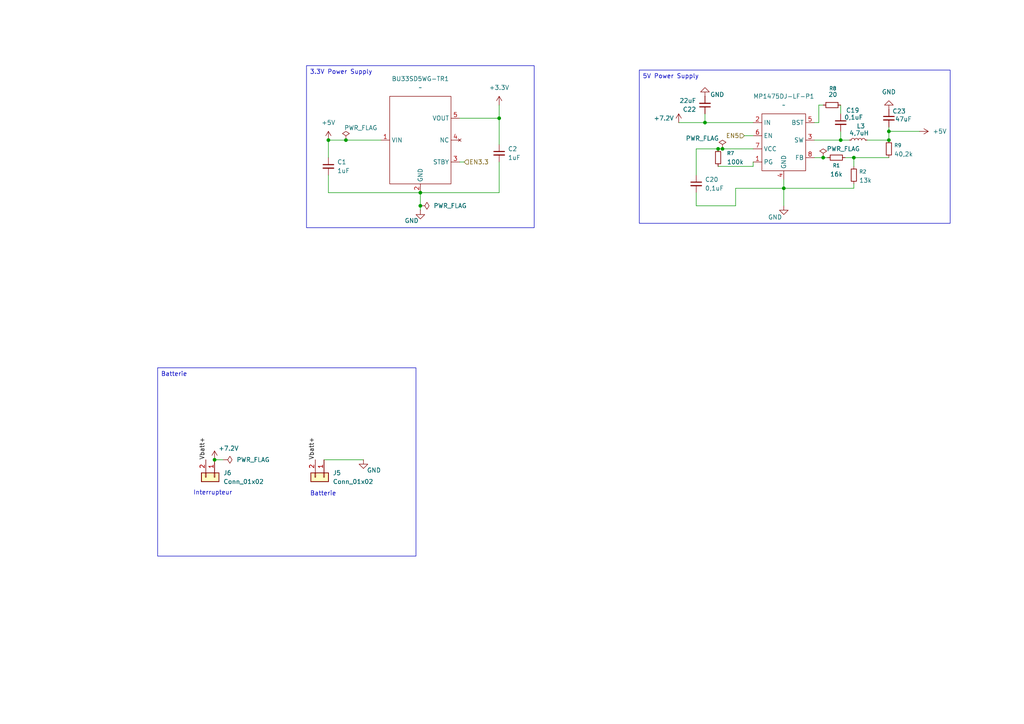
<source format=kicad_sch>
(kicad_sch
	(version 20250114)
	(generator "eeschema")
	(generator_version "9.0")
	(uuid "3e87404c-c05c-4381-ac34-87184d327436")
	(paper "A4")
	(lib_symbols
		(symbol "BU33SD5WG-TR:BU33SD5WG-TR"
			(exclude_from_sim no)
			(in_bom yes)
			(on_board yes)
			(property "Reference" "BU33SD5WG-TR"
				(at 0.254 18.034 0)
				(effects
					(font
						(size 1.27 1.27)
					)
				)
			)
			(property "Value" ""
				(at 0 0 0)
				(effects
					(font
						(size 1.27 1.27)
					)
				)
			)
			(property "Footprint" "BU33SD5WG-TR:BU33SD5WG-TR"
				(at 0.254 14.986 0)
				(effects
					(font
						(size 1.27 1.27)
					)
					(hide yes)
				)
			)
			(property "Datasheet" ""
				(at 0 0 0)
				(effects
					(font
						(size 1.27 1.27)
					)
					(hide yes)
				)
			)
			(property "Description" ""
				(at 0 0 0)
				(effects
					(font
						(size 1.27 1.27)
					)
					(hide yes)
				)
			)
			(symbol "BU33SD5WG-TR_0_1"
				(rectangle
					(start -8.89 12.7)
					(end 8.89 -12.7)
					(stroke
						(width 0)
						(type default)
					)
					(fill
						(type none)
					)
				)
			)
			(symbol "BU33SD5WG-TR_1_1"
				(pin power_in line
					(at -11.43 0 0)
					(length 2.54)
					(name "VIN"
						(effects
							(font
								(size 1.27 1.27)
							)
						)
					)
					(number "1"
						(effects
							(font
								(size 1.27 1.27)
							)
						)
					)
				)
				(pin power_in line
					(at 0 -15.24 90)
					(length 2.54)
					(name "GND"
						(effects
							(font
								(size 1.27 1.27)
							)
						)
					)
					(number "2"
						(effects
							(font
								(size 1.27 1.27)
							)
						)
					)
				)
				(pin power_out line
					(at 11.43 6.35 180)
					(length 2.54)
					(name "VOUT"
						(effects
							(font
								(size 1.27 1.27)
							)
						)
					)
					(number "5"
						(effects
							(font
								(size 1.27 1.27)
							)
						)
					)
				)
				(pin no_connect line
					(at 11.43 0 180)
					(length 2.54)
					(name "NC"
						(effects
							(font
								(size 1.27 1.27)
							)
						)
					)
					(number "4"
						(effects
							(font
								(size 1.27 1.27)
							)
						)
					)
				)
				(pin output line
					(at 11.43 -6.35 180)
					(length 2.54)
					(name "STBY"
						(effects
							(font
								(size 1.27 1.27)
							)
						)
					)
					(number "3"
						(effects
							(font
								(size 1.27 1.27)
							)
						)
					)
				)
			)
			(embedded_fonts no)
		)
		(symbol "Connector_Generic:Conn_01x02"
			(pin_names
				(offset 1.016)
				(hide yes)
			)
			(exclude_from_sim no)
			(in_bom yes)
			(on_board yes)
			(property "Reference" "J"
				(at 0 2.54 0)
				(effects
					(font
						(size 1.27 1.27)
					)
				)
			)
			(property "Value" "Conn_01x02"
				(at 0 -5.08 0)
				(effects
					(font
						(size 1.27 1.27)
					)
				)
			)
			(property "Footprint" ""
				(at 0 0 0)
				(effects
					(font
						(size 1.27 1.27)
					)
					(hide yes)
				)
			)
			(property "Datasheet" "~"
				(at 0 0 0)
				(effects
					(font
						(size 1.27 1.27)
					)
					(hide yes)
				)
			)
			(property "Description" "Generic connector, single row, 01x02, script generated (kicad-library-utils/schlib/autogen/connector/)"
				(at 0 0 0)
				(effects
					(font
						(size 1.27 1.27)
					)
					(hide yes)
				)
			)
			(property "ki_keywords" "connector"
				(at 0 0 0)
				(effects
					(font
						(size 1.27 1.27)
					)
					(hide yes)
				)
			)
			(property "ki_fp_filters" "Connector*:*_1x??_*"
				(at 0 0 0)
				(effects
					(font
						(size 1.27 1.27)
					)
					(hide yes)
				)
			)
			(symbol "Conn_01x02_1_1"
				(rectangle
					(start -1.27 1.27)
					(end 1.27 -3.81)
					(stroke
						(width 0.254)
						(type default)
					)
					(fill
						(type background)
					)
				)
				(rectangle
					(start -1.27 0.127)
					(end 0 -0.127)
					(stroke
						(width 0.1524)
						(type default)
					)
					(fill
						(type none)
					)
				)
				(rectangle
					(start -1.27 -2.413)
					(end 0 -2.667)
					(stroke
						(width 0.1524)
						(type default)
					)
					(fill
						(type none)
					)
				)
				(pin passive line
					(at -5.08 0 0)
					(length 3.81)
					(name "Pin_1"
						(effects
							(font
								(size 1.27 1.27)
							)
						)
					)
					(number "1"
						(effects
							(font
								(size 1.27 1.27)
							)
						)
					)
				)
				(pin passive line
					(at -5.08 -2.54 0)
					(length 3.81)
					(name "Pin_2"
						(effects
							(font
								(size 1.27 1.27)
							)
						)
					)
					(number "2"
						(effects
							(font
								(size 1.27 1.27)
							)
						)
					)
				)
			)
			(embedded_fonts no)
		)
		(symbol "Device:C_Small"
			(pin_numbers
				(hide yes)
			)
			(pin_names
				(offset 0.254)
				(hide yes)
			)
			(exclude_from_sim no)
			(in_bom yes)
			(on_board yes)
			(property "Reference" "C"
				(at 0.254 1.778 0)
				(effects
					(font
						(size 1.27 1.27)
					)
					(justify left)
				)
			)
			(property "Value" "C_Small"
				(at 0.254 -2.032 0)
				(effects
					(font
						(size 1.27 1.27)
					)
					(justify left)
				)
			)
			(property "Footprint" ""
				(at 0 0 0)
				(effects
					(font
						(size 1.27 1.27)
					)
					(hide yes)
				)
			)
			(property "Datasheet" "~"
				(at 0 0 0)
				(effects
					(font
						(size 1.27 1.27)
					)
					(hide yes)
				)
			)
			(property "Description" "Unpolarized capacitor, small symbol"
				(at 0 0 0)
				(effects
					(font
						(size 1.27 1.27)
					)
					(hide yes)
				)
			)
			(property "ki_keywords" "capacitor cap"
				(at 0 0 0)
				(effects
					(font
						(size 1.27 1.27)
					)
					(hide yes)
				)
			)
			(property "ki_fp_filters" "C_*"
				(at 0 0 0)
				(effects
					(font
						(size 1.27 1.27)
					)
					(hide yes)
				)
			)
			(symbol "C_Small_0_1"
				(polyline
					(pts
						(xy -1.524 0.508) (xy 1.524 0.508)
					)
					(stroke
						(width 0.3048)
						(type default)
					)
					(fill
						(type none)
					)
				)
				(polyline
					(pts
						(xy -1.524 -0.508) (xy 1.524 -0.508)
					)
					(stroke
						(width 0.3302)
						(type default)
					)
					(fill
						(type none)
					)
				)
			)
			(symbol "C_Small_1_1"
				(pin passive line
					(at 0 2.54 270)
					(length 2.032)
					(name "~"
						(effects
							(font
								(size 1.27 1.27)
							)
						)
					)
					(number "1"
						(effects
							(font
								(size 1.27 1.27)
							)
						)
					)
				)
				(pin passive line
					(at 0 -2.54 90)
					(length 2.032)
					(name "~"
						(effects
							(font
								(size 1.27 1.27)
							)
						)
					)
					(number "2"
						(effects
							(font
								(size 1.27 1.27)
							)
						)
					)
				)
			)
			(embedded_fonts no)
		)
		(symbol "Device:L_Small"
			(pin_numbers
				(hide yes)
			)
			(pin_names
				(offset 0.254)
				(hide yes)
			)
			(exclude_from_sim no)
			(in_bom yes)
			(on_board yes)
			(property "Reference" "L"
				(at 0.762 1.016 0)
				(effects
					(font
						(size 1.27 1.27)
					)
					(justify left)
				)
			)
			(property "Value" "L_Small"
				(at 0.762 -1.016 0)
				(effects
					(font
						(size 1.27 1.27)
					)
					(justify left)
				)
			)
			(property "Footprint" ""
				(at 0 0 0)
				(effects
					(font
						(size 1.27 1.27)
					)
					(hide yes)
				)
			)
			(property "Datasheet" "~"
				(at 0 0 0)
				(effects
					(font
						(size 1.27 1.27)
					)
					(hide yes)
				)
			)
			(property "Description" "Inductor, small symbol"
				(at 0 0 0)
				(effects
					(font
						(size 1.27 1.27)
					)
					(hide yes)
				)
			)
			(property "ki_keywords" "inductor choke coil reactor magnetic"
				(at 0 0 0)
				(effects
					(font
						(size 1.27 1.27)
					)
					(hide yes)
				)
			)
			(property "ki_fp_filters" "Choke_* *Coil* Inductor_* L_*"
				(at 0 0 0)
				(effects
					(font
						(size 1.27 1.27)
					)
					(hide yes)
				)
			)
			(symbol "L_Small_0_1"
				(arc
					(start 0 2.032)
					(mid 0.5058 1.524)
					(end 0 1.016)
					(stroke
						(width 0)
						(type default)
					)
					(fill
						(type none)
					)
				)
				(arc
					(start 0 1.016)
					(mid 0.5058 0.508)
					(end 0 0)
					(stroke
						(width 0)
						(type default)
					)
					(fill
						(type none)
					)
				)
				(arc
					(start 0 0)
					(mid 0.5058 -0.508)
					(end 0 -1.016)
					(stroke
						(width 0)
						(type default)
					)
					(fill
						(type none)
					)
				)
				(arc
					(start 0 -1.016)
					(mid 0.5058 -1.524)
					(end 0 -2.032)
					(stroke
						(width 0)
						(type default)
					)
					(fill
						(type none)
					)
				)
			)
			(symbol "L_Small_1_1"
				(pin passive line
					(at 0 2.54 270)
					(length 0.508)
					(name "~"
						(effects
							(font
								(size 1.27 1.27)
							)
						)
					)
					(number "1"
						(effects
							(font
								(size 1.27 1.27)
							)
						)
					)
				)
				(pin passive line
					(at 0 -2.54 90)
					(length 0.508)
					(name "~"
						(effects
							(font
								(size 1.27 1.27)
							)
						)
					)
					(number "2"
						(effects
							(font
								(size 1.27 1.27)
							)
						)
					)
				)
			)
			(embedded_fonts no)
		)
		(symbol "Device:R_Small"
			(pin_numbers
				(hide yes)
			)
			(pin_names
				(offset 0.254)
				(hide yes)
			)
			(exclude_from_sim no)
			(in_bom yes)
			(on_board yes)
			(property "Reference" "R"
				(at 0 0 90)
				(effects
					(font
						(size 1.016 1.016)
					)
				)
			)
			(property "Value" "R_Small"
				(at 1.778 0 90)
				(effects
					(font
						(size 1.27 1.27)
					)
				)
			)
			(property "Footprint" ""
				(at 0 0 0)
				(effects
					(font
						(size 1.27 1.27)
					)
					(hide yes)
				)
			)
			(property "Datasheet" "~"
				(at 0 0 0)
				(effects
					(font
						(size 1.27 1.27)
					)
					(hide yes)
				)
			)
			(property "Description" "Resistor, small symbol"
				(at 0 0 0)
				(effects
					(font
						(size 1.27 1.27)
					)
					(hide yes)
				)
			)
			(property "ki_keywords" "R resistor"
				(at 0 0 0)
				(effects
					(font
						(size 1.27 1.27)
					)
					(hide yes)
				)
			)
			(property "ki_fp_filters" "R_*"
				(at 0 0 0)
				(effects
					(font
						(size 1.27 1.27)
					)
					(hide yes)
				)
			)
			(symbol "R_Small_0_1"
				(rectangle
					(start -0.762 1.778)
					(end 0.762 -1.778)
					(stroke
						(width 0.2032)
						(type default)
					)
					(fill
						(type none)
					)
				)
			)
			(symbol "R_Small_1_1"
				(pin passive line
					(at 0 2.54 270)
					(length 0.762)
					(name "~"
						(effects
							(font
								(size 1.27 1.27)
							)
						)
					)
					(number "1"
						(effects
							(font
								(size 1.27 1.27)
							)
						)
					)
				)
				(pin passive line
					(at 0 -2.54 90)
					(length 0.762)
					(name "~"
						(effects
							(font
								(size 1.27 1.27)
							)
						)
					)
					(number "2"
						(effects
							(font
								(size 1.27 1.27)
							)
						)
					)
				)
			)
			(embedded_fonts no)
		)
		(symbol "MP1475:MP1475DJ-LF-P"
			(exclude_from_sim no)
			(in_bom yes)
			(on_board yes)
			(property "Reference" "MP1475DJ-LF-P"
				(at 0.508 14.478 0)
				(effects
					(font
						(size 1.27 1.27)
					)
				)
			)
			(property "Value" ""
				(at 0 0 0)
				(effects
					(font
						(size 1.27 1.27)
					)
				)
			)
			(property "Footprint" "Package_TO_SOT_SMD:TSOT-23-8"
				(at 0.762 17.78 0)
				(effects
					(font
						(size 1.27 1.27)
					)
					(hide yes)
				)
			)
			(property "Datasheet" ""
				(at 0 0 0)
				(effects
					(font
						(size 1.27 1.27)
					)
					(hide yes)
				)
			)
			(property "Description" "Convertisseur 5V"
				(at 0.254 11.684 0)
				(effects
					(font
						(size 1.27 1.27)
					)
					(hide yes)
				)
			)
			(symbol "MP1475DJ-LF-P_0_1"
				(rectangle
					(start -6.35 8.89)
					(end 6.35 -7.62)
					(stroke
						(width 0)
						(type default)
					)
					(fill
						(type none)
					)
				)
			)
			(symbol "MP1475DJ-LF-P_1_1"
				(pin power_in line
					(at -8.89 6.35 0)
					(length 2.54)
					(name "IN"
						(effects
							(font
								(size 1.27 1.27)
							)
						)
					)
					(number "2"
						(effects
							(font
								(size 1.27 1.27)
							)
						)
					)
				)
				(pin input line
					(at -8.89 2.54 0)
					(length 2.54)
					(name "EN"
						(effects
							(font
								(size 1.27 1.27)
							)
						)
					)
					(number "6"
						(effects
							(font
								(size 1.27 1.27)
							)
						)
					)
				)
				(pin power_in line
					(at -8.89 -1.27 0)
					(length 2.54)
					(name "VCC"
						(effects
							(font
								(size 1.27 1.27)
							)
						)
					)
					(number "7"
						(effects
							(font
								(size 1.27 1.27)
							)
						)
					)
				)
				(pin power_out line
					(at -8.89 -5.08 0)
					(length 2.54)
					(name "PG"
						(effects
							(font
								(size 1.27 1.27)
							)
						)
					)
					(number "1"
						(effects
							(font
								(size 1.27 1.27)
							)
						)
					)
				)
				(pin power_in line
					(at 0 -10.16 90)
					(length 2.54)
					(name "GND"
						(effects
							(font
								(size 1.27 1.27)
							)
						)
					)
					(number "4"
						(effects
							(font
								(size 1.27 1.27)
							)
						)
					)
				)
				(pin output line
					(at 8.89 6.35 180)
					(length 2.54)
					(name "BST"
						(effects
							(font
								(size 1.27 1.27)
							)
						)
					)
					(number "5"
						(effects
							(font
								(size 1.27 1.27)
							)
						)
					)
				)
				(pin output line
					(at 8.89 1.27 180)
					(length 2.54)
					(name "SW"
						(effects
							(font
								(size 1.27 1.27)
							)
						)
					)
					(number "3"
						(effects
							(font
								(size 1.27 1.27)
							)
						)
					)
				)
				(pin power_in line
					(at 8.89 -3.81 180)
					(length 2.54)
					(name "FB"
						(effects
							(font
								(size 1.27 1.27)
							)
						)
					)
					(number "8"
						(effects
							(font
								(size 1.27 1.27)
							)
						)
					)
				)
			)
			(embedded_fonts no)
		)
		(symbol "power:+3.3V"
			(power)
			(pin_numbers
				(hide yes)
			)
			(pin_names
				(offset 0)
				(hide yes)
			)
			(exclude_from_sim no)
			(in_bom yes)
			(on_board yes)
			(property "Reference" "#PWR"
				(at 0 -3.81 0)
				(effects
					(font
						(size 1.27 1.27)
					)
					(hide yes)
				)
			)
			(property "Value" "+3.3V"
				(at 0 3.556 0)
				(effects
					(font
						(size 1.27 1.27)
					)
				)
			)
			(property "Footprint" ""
				(at 0 0 0)
				(effects
					(font
						(size 1.27 1.27)
					)
					(hide yes)
				)
			)
			(property "Datasheet" ""
				(at 0 0 0)
				(effects
					(font
						(size 1.27 1.27)
					)
					(hide yes)
				)
			)
			(property "Description" "Power symbol creates a global label with name \"+3.3V\""
				(at 0 0 0)
				(effects
					(font
						(size 1.27 1.27)
					)
					(hide yes)
				)
			)
			(property "ki_keywords" "global power"
				(at 0 0 0)
				(effects
					(font
						(size 1.27 1.27)
					)
					(hide yes)
				)
			)
			(symbol "+3.3V_0_1"
				(polyline
					(pts
						(xy -0.762 1.27) (xy 0 2.54)
					)
					(stroke
						(width 0)
						(type default)
					)
					(fill
						(type none)
					)
				)
				(polyline
					(pts
						(xy 0 2.54) (xy 0.762 1.27)
					)
					(stroke
						(width 0)
						(type default)
					)
					(fill
						(type none)
					)
				)
				(polyline
					(pts
						(xy 0 0) (xy 0 2.54)
					)
					(stroke
						(width 0)
						(type default)
					)
					(fill
						(type none)
					)
				)
			)
			(symbol "+3.3V_1_1"
				(pin power_in line
					(at 0 0 90)
					(length 0)
					(name "~"
						(effects
							(font
								(size 1.27 1.27)
							)
						)
					)
					(number "1"
						(effects
							(font
								(size 1.27 1.27)
							)
						)
					)
				)
			)
			(embedded_fonts no)
		)
		(symbol "power:+5V"
			(power)
			(pin_numbers
				(hide yes)
			)
			(pin_names
				(offset 0)
				(hide yes)
			)
			(exclude_from_sim no)
			(in_bom yes)
			(on_board yes)
			(property "Reference" "#PWR"
				(at 0 -3.81 0)
				(effects
					(font
						(size 1.27 1.27)
					)
					(hide yes)
				)
			)
			(property "Value" "+5V"
				(at 0 3.556 0)
				(effects
					(font
						(size 1.27 1.27)
					)
				)
			)
			(property "Footprint" ""
				(at 0 0 0)
				(effects
					(font
						(size 1.27 1.27)
					)
					(hide yes)
				)
			)
			(property "Datasheet" ""
				(at 0 0 0)
				(effects
					(font
						(size 1.27 1.27)
					)
					(hide yes)
				)
			)
			(property "Description" "Power symbol creates a global label with name \"+5V\""
				(at 0 0 0)
				(effects
					(font
						(size 1.27 1.27)
					)
					(hide yes)
				)
			)
			(property "ki_keywords" "global power"
				(at 0 0 0)
				(effects
					(font
						(size 1.27 1.27)
					)
					(hide yes)
				)
			)
			(symbol "+5V_0_1"
				(polyline
					(pts
						(xy -0.762 1.27) (xy 0 2.54)
					)
					(stroke
						(width 0)
						(type default)
					)
					(fill
						(type none)
					)
				)
				(polyline
					(pts
						(xy 0 2.54) (xy 0.762 1.27)
					)
					(stroke
						(width 0)
						(type default)
					)
					(fill
						(type none)
					)
				)
				(polyline
					(pts
						(xy 0 0) (xy 0 2.54)
					)
					(stroke
						(width 0)
						(type default)
					)
					(fill
						(type none)
					)
				)
			)
			(symbol "+5V_1_1"
				(pin power_in line
					(at 0 0 90)
					(length 0)
					(name "~"
						(effects
							(font
								(size 1.27 1.27)
							)
						)
					)
					(number "1"
						(effects
							(font
								(size 1.27 1.27)
							)
						)
					)
				)
			)
			(embedded_fonts no)
		)
		(symbol "power:+BATT"
			(power)
			(pin_numbers
				(hide yes)
			)
			(pin_names
				(offset 0)
				(hide yes)
			)
			(exclude_from_sim no)
			(in_bom yes)
			(on_board yes)
			(property "Reference" "#PWR"
				(at 0 -3.81 0)
				(effects
					(font
						(size 1.27 1.27)
					)
					(hide yes)
				)
			)
			(property "Value" "+BATT"
				(at 0 3.556 0)
				(effects
					(font
						(size 1.27 1.27)
					)
				)
			)
			(property "Footprint" ""
				(at 0 0 0)
				(effects
					(font
						(size 1.27 1.27)
					)
					(hide yes)
				)
			)
			(property "Datasheet" ""
				(at 0 0 0)
				(effects
					(font
						(size 1.27 1.27)
					)
					(hide yes)
				)
			)
			(property "Description" "Power symbol creates a global label with name \"+BATT\""
				(at 0 0 0)
				(effects
					(font
						(size 1.27 1.27)
					)
					(hide yes)
				)
			)
			(property "ki_keywords" "global power battery"
				(at 0 0 0)
				(effects
					(font
						(size 1.27 1.27)
					)
					(hide yes)
				)
			)
			(symbol "+BATT_0_1"
				(polyline
					(pts
						(xy -0.762 1.27) (xy 0 2.54)
					)
					(stroke
						(width 0)
						(type default)
					)
					(fill
						(type none)
					)
				)
				(polyline
					(pts
						(xy 0 2.54) (xy 0.762 1.27)
					)
					(stroke
						(width 0)
						(type default)
					)
					(fill
						(type none)
					)
				)
				(polyline
					(pts
						(xy 0 0) (xy 0 2.54)
					)
					(stroke
						(width 0)
						(type default)
					)
					(fill
						(type none)
					)
				)
			)
			(symbol "+BATT_1_1"
				(pin power_in line
					(at 0 0 90)
					(length 0)
					(name "~"
						(effects
							(font
								(size 1.27 1.27)
							)
						)
					)
					(number "1"
						(effects
							(font
								(size 1.27 1.27)
							)
						)
					)
				)
			)
			(embedded_fonts no)
		)
		(symbol "power:GND"
			(power)
			(pin_numbers
				(hide yes)
			)
			(pin_names
				(offset 0)
				(hide yes)
			)
			(exclude_from_sim no)
			(in_bom yes)
			(on_board yes)
			(property "Reference" "#PWR"
				(at 0 -6.35 0)
				(effects
					(font
						(size 1.27 1.27)
					)
					(hide yes)
				)
			)
			(property "Value" "GND"
				(at 0 -3.81 0)
				(effects
					(font
						(size 1.27 1.27)
					)
				)
			)
			(property "Footprint" ""
				(at 0 0 0)
				(effects
					(font
						(size 1.27 1.27)
					)
					(hide yes)
				)
			)
			(property "Datasheet" ""
				(at 0 0 0)
				(effects
					(font
						(size 1.27 1.27)
					)
					(hide yes)
				)
			)
			(property "Description" "Power symbol creates a global label with name \"GND\" , ground"
				(at 0 0 0)
				(effects
					(font
						(size 1.27 1.27)
					)
					(hide yes)
				)
			)
			(property "ki_keywords" "global power"
				(at 0 0 0)
				(effects
					(font
						(size 1.27 1.27)
					)
					(hide yes)
				)
			)
			(symbol "GND_0_1"
				(polyline
					(pts
						(xy 0 0) (xy 0 -1.27) (xy 1.27 -1.27) (xy 0 -2.54) (xy -1.27 -1.27) (xy 0 -1.27)
					)
					(stroke
						(width 0)
						(type default)
					)
					(fill
						(type none)
					)
				)
			)
			(symbol "GND_1_1"
				(pin power_in line
					(at 0 0 270)
					(length 0)
					(name "~"
						(effects
							(font
								(size 1.27 1.27)
							)
						)
					)
					(number "1"
						(effects
							(font
								(size 1.27 1.27)
							)
						)
					)
				)
			)
			(embedded_fonts no)
		)
		(symbol "power:PWR_FLAG"
			(power)
			(pin_numbers
				(hide yes)
			)
			(pin_names
				(offset 0)
				(hide yes)
			)
			(exclude_from_sim no)
			(in_bom yes)
			(on_board yes)
			(property "Reference" "#FLG"
				(at 0 1.905 0)
				(effects
					(font
						(size 1.27 1.27)
					)
					(hide yes)
				)
			)
			(property "Value" "PWR_FLAG"
				(at 0 3.81 0)
				(effects
					(font
						(size 1.27 1.27)
					)
				)
			)
			(property "Footprint" ""
				(at 0 0 0)
				(effects
					(font
						(size 1.27 1.27)
					)
					(hide yes)
				)
			)
			(property "Datasheet" "~"
				(at 0 0 0)
				(effects
					(font
						(size 1.27 1.27)
					)
					(hide yes)
				)
			)
			(property "Description" "Special symbol for telling ERC where power comes from"
				(at 0 0 0)
				(effects
					(font
						(size 1.27 1.27)
					)
					(hide yes)
				)
			)
			(property "ki_keywords" "flag power"
				(at 0 0 0)
				(effects
					(font
						(size 1.27 1.27)
					)
					(hide yes)
				)
			)
			(symbol "PWR_FLAG_0_0"
				(pin power_out line
					(at 0 0 90)
					(length 0)
					(name "~"
						(effects
							(font
								(size 1.27 1.27)
							)
						)
					)
					(number "1"
						(effects
							(font
								(size 1.27 1.27)
							)
						)
					)
				)
			)
			(symbol "PWR_FLAG_0_1"
				(polyline
					(pts
						(xy 0 0) (xy 0 1.27) (xy -1.016 1.905) (xy 0 2.54) (xy 1.016 1.905) (xy 0 1.27)
					)
					(stroke
						(width 0)
						(type default)
					)
					(fill
						(type none)
					)
				)
			)
			(embedded_fonts no)
		)
	)
	(text "Batterie"
		(exclude_from_sim no)
		(at 93.726 143.256 0)
		(effects
			(font
				(size 1.27 1.27)
			)
		)
		(uuid "5c719e7d-55fc-4d79-b3e1-efde452e4e20")
	)
	(text "Interrupteur"
		(exclude_from_sim no)
		(at 61.722 143.002 0)
		(effects
			(font
				(size 1.27 1.27)
			)
		)
		(uuid "9f61e4e9-4ecc-4a4e-a2b2-a53c81df50a4")
	)
	(text_box "3.3V Power Supply"
		(exclude_from_sim no)
		(at 88.9 19.05 0)
		(size 66.04 46.99)
		(margins 0.9525 0.9525 0.9525 0.9525)
		(stroke
			(width 0)
			(type solid)
		)
		(fill
			(type none)
		)
		(effects
			(font
				(size 1.27 1.27)
			)
			(justify left top)
		)
		(uuid "0b085662-6524-4b4f-bda1-47766383b1d3")
	)
	(text_box "Batterie"
		(exclude_from_sim no)
		(at 45.72 106.68 0)
		(size 74.93 54.61)
		(margins 0.9525 0.9525 0.9525 0.9525)
		(stroke
			(width 0)
			(type solid)
		)
		(fill
			(type none)
		)
		(effects
			(font
				(size 1.27 1.27)
			)
			(justify left top)
		)
		(uuid "134a7142-f4ce-490c-afaf-bad232c94d21")
	)
	(text_box "5V Power Supply"
		(exclude_from_sim no)
		(at 185.42 20.32 0)
		(size 90.17 44.45)
		(margins 0.9525 0.9525 0.9525 0.9525)
		(stroke
			(width 0)
			(type solid)
		)
		(fill
			(type none)
		)
		(effects
			(font
				(size 1.27 1.27)
			)
			(justify left top)
		)
		(uuid "6678bac1-3af5-4fa4-8092-1f08a1e1c85d")
	)
	(junction
		(at 238.76 45.72)
		(diameter 0)
		(color 0 0 0 0)
		(uuid "0a93d078-db08-4b46-ac3d-e7469ae9581d")
	)
	(junction
		(at 257.81 40.64)
		(diameter 0)
		(color 0 0 0 0)
		(uuid "0ce15436-bb16-43c5-9e01-a45e780020be")
	)
	(junction
		(at 121.92 59.69)
		(diameter 0)
		(color 0 0 0 0)
		(uuid "191097de-887b-4d2d-b71d-fc4b396a65fb")
	)
	(junction
		(at 208.28 43.18)
		(diameter 0)
		(color 0 0 0 0)
		(uuid "1ee09213-32a7-44a1-b69a-aaac3f3ddac5")
	)
	(junction
		(at 95.25 40.64)
		(diameter 0)
		(color 0 0 0 0)
		(uuid "29b8feb1-8790-4e48-88a6-eccacba05fda")
	)
	(junction
		(at 100.33 40.64)
		(diameter 0)
		(color 0 0 0 0)
		(uuid "343f7191-3250-4d49-bf73-c1c5640e7ad0")
	)
	(junction
		(at 144.78 34.29)
		(diameter 0)
		(color 0 0 0 0)
		(uuid "512d8b1f-233d-43b1-8607-5fa286fc444e")
	)
	(junction
		(at 121.92 55.88)
		(diameter 0)
		(color 0 0 0 0)
		(uuid "5c7a0428-0f38-4343-97a4-5fae851ed019")
	)
	(junction
		(at 209.55 43.18)
		(diameter 0)
		(color 0 0 0 0)
		(uuid "80e62c4f-3ac8-446e-9b1a-e99708d46794")
	)
	(junction
		(at 204.47 35.56)
		(diameter 0)
		(color 0 0 0 0)
		(uuid "af5a6a74-5259-489e-bca0-9a005ec0959b")
	)
	(junction
		(at 62.23 133.35)
		(diameter 0)
		(color 0 0 0 0)
		(uuid "bdca159c-3488-4580-bfc6-971d280a45a3")
	)
	(junction
		(at 247.65 45.72)
		(diameter 0)
		(color 0 0 0 0)
		(uuid "d4cd954c-f3f9-4a85-badb-d4ade08f0820")
	)
	(junction
		(at 243.84 40.64)
		(diameter 0)
		(color 0 0 0 0)
		(uuid "d7ac9446-fef3-461a-9d9d-bb2560f41349")
	)
	(junction
		(at 227.33 54.61)
		(diameter 0)
		(color 0 0 0 0)
		(uuid "d9cdd61d-b124-4f20-ad3e-db0f9d7cee2d")
	)
	(junction
		(at 257.81 38.1)
		(diameter 0)
		(color 0 0 0 0)
		(uuid "e5c6b985-7571-467b-a946-ebe34e3ce8d2")
	)
	(wire
		(pts
			(xy 105.41 133.35) (xy 93.98 133.35)
		)
		(stroke
			(width 0)
			(type default)
		)
		(uuid "00ea0676-db6e-4e18-8b09-fd52dfda33af")
	)
	(wire
		(pts
			(xy 144.78 34.29) (xy 144.78 41.91)
		)
		(stroke
			(width 0)
			(type default)
		)
		(uuid "0410132c-16cf-4180-838d-07cc6d1c46f1")
	)
	(wire
		(pts
			(xy 208.28 43.18) (xy 209.55 43.18)
		)
		(stroke
			(width 0)
			(type default)
		)
		(uuid "047064b9-876e-45fd-9620-dd8d7f959a59")
	)
	(wire
		(pts
			(xy 243.84 40.64) (xy 246.38 40.64)
		)
		(stroke
			(width 0)
			(type default)
		)
		(uuid "07db1d1f-a5d2-4d14-a1ef-fd635af170c1")
	)
	(wire
		(pts
			(xy 95.25 40.64) (xy 100.33 40.64)
		)
		(stroke
			(width 0)
			(type default)
		)
		(uuid "0998940c-45d4-472a-8e73-f8290636e27e")
	)
	(wire
		(pts
			(xy 209.55 43.18) (xy 218.44 43.18)
		)
		(stroke
			(width 0)
			(type default)
		)
		(uuid "0bd4a01b-1007-43e9-a0f1-1b894f4c075e")
	)
	(wire
		(pts
			(xy 144.78 46.99) (xy 144.78 55.88)
		)
		(stroke
			(width 0)
			(type default)
		)
		(uuid "0f47e157-12e3-48bd-90d1-1ce271db4065")
	)
	(wire
		(pts
			(xy 247.65 54.61) (xy 227.33 54.61)
		)
		(stroke
			(width 0)
			(type default)
		)
		(uuid "16b5b5b9-838f-47bd-8f52-38b3fb3ba923")
	)
	(wire
		(pts
			(xy 257.81 40.64) (xy 251.46 40.64)
		)
		(stroke
			(width 0)
			(type default)
		)
		(uuid "1aeb372d-21fe-4ec4-ba3e-12ef16d9f108")
	)
	(wire
		(pts
			(xy 243.84 30.48) (xy 243.84 33.02)
		)
		(stroke
			(width 0)
			(type default)
		)
		(uuid "1eabe84d-2bb6-4c74-84d4-248db5b90094")
	)
	(wire
		(pts
			(xy 133.35 34.29) (xy 144.78 34.29)
		)
		(stroke
			(width 0)
			(type default)
		)
		(uuid "1f336664-2442-4599-81bd-7ce6b08665cb")
	)
	(wire
		(pts
			(xy 95.25 55.88) (xy 121.92 55.88)
		)
		(stroke
			(width 0)
			(type default)
		)
		(uuid "23394d25-9be2-4960-839f-168a2badd8b8")
	)
	(wire
		(pts
			(xy 266.7 38.1) (xy 257.81 38.1)
		)
		(stroke
			(width 0)
			(type default)
		)
		(uuid "24ca4e67-247a-4ebc-8e1c-f1d9d9bef60b")
	)
	(wire
		(pts
			(xy 247.65 53.34) (xy 247.65 54.61)
		)
		(stroke
			(width 0)
			(type default)
		)
		(uuid "2719c810-c8c4-403b-b36e-adfc36a7ff23")
	)
	(wire
		(pts
			(xy 121.92 55.88) (xy 121.92 59.69)
		)
		(stroke
			(width 0)
			(type default)
		)
		(uuid "27c0a12d-67cf-4492-91f7-339da6925174")
	)
	(wire
		(pts
			(xy 133.35 46.99) (xy 134.62 46.99)
		)
		(stroke
			(width 0)
			(type default)
		)
		(uuid "2fb99d1f-affb-404f-be8c-8c3ab5a57327")
	)
	(wire
		(pts
			(xy 237.49 35.56) (xy 236.22 35.56)
		)
		(stroke
			(width 0)
			(type default)
		)
		(uuid "3c373081-ea23-4f6a-a562-3c26b251d87a")
	)
	(wire
		(pts
			(xy 215.9 39.37) (xy 218.44 39.37)
		)
		(stroke
			(width 0)
			(type default)
		)
		(uuid "421dcd90-185b-4313-a253-9625773abaef")
	)
	(wire
		(pts
			(xy 236.22 40.64) (xy 243.84 40.64)
		)
		(stroke
			(width 0)
			(type default)
		)
		(uuid "503ac985-105e-4b2e-81ce-d36721d96532")
	)
	(wire
		(pts
			(xy 227.33 54.61) (xy 227.33 52.07)
		)
		(stroke
			(width 0)
			(type default)
		)
		(uuid "5422ccc8-6d81-4720-929f-704ef929cc4f")
	)
	(wire
		(pts
			(xy 64.77 133.35) (xy 62.23 133.35)
		)
		(stroke
			(width 0)
			(type default)
		)
		(uuid "5b551b04-f2c2-4a45-b062-6858cb1e3f03")
	)
	(wire
		(pts
			(xy 218.44 48.26) (xy 208.28 48.26)
		)
		(stroke
			(width 0)
			(type default)
		)
		(uuid "62685971-e7cf-4a48-ad3a-e511732bc43a")
	)
	(wire
		(pts
			(xy 201.93 50.8) (xy 201.93 43.18)
		)
		(stroke
			(width 0)
			(type default)
		)
		(uuid "6713cad7-8a11-4140-a079-167e72400cf5")
	)
	(wire
		(pts
			(xy 121.92 55.88) (xy 144.78 55.88)
		)
		(stroke
			(width 0)
			(type default)
		)
		(uuid "6ad5b25e-22c3-4c8c-8eb6-281f0a69f658")
	)
	(wire
		(pts
			(xy 237.49 30.48) (xy 237.49 35.56)
		)
		(stroke
			(width 0)
			(type default)
		)
		(uuid "762838f1-ed91-40be-a953-042e22eb0ef6")
	)
	(wire
		(pts
			(xy 247.65 45.72) (xy 257.81 45.72)
		)
		(stroke
			(width 0)
			(type default)
		)
		(uuid "782a35f8-9aa3-4ead-9b45-87411d7a4b38")
	)
	(wire
		(pts
			(xy 204.47 33.02) (xy 204.47 35.56)
		)
		(stroke
			(width 0)
			(type default)
		)
		(uuid "7dcb14ba-c76b-489b-b545-5ea4c1c4e175")
	)
	(wire
		(pts
			(xy 121.92 59.69) (xy 121.92 60.96)
		)
		(stroke
			(width 0)
			(type default)
		)
		(uuid "7fb3c231-784d-4169-af57-a6c91f87660e")
	)
	(wire
		(pts
			(xy 201.93 43.18) (xy 208.28 43.18)
		)
		(stroke
			(width 0)
			(type default)
		)
		(uuid "8121c95f-5467-43b4-aa88-b3503442b29c")
	)
	(wire
		(pts
			(xy 257.81 36.83) (xy 257.81 38.1)
		)
		(stroke
			(width 0)
			(type default)
		)
		(uuid "812cc5c3-da35-4d40-a77b-4128655bd8ba")
	)
	(wire
		(pts
			(xy 144.78 30.48) (xy 144.78 34.29)
		)
		(stroke
			(width 0)
			(type default)
		)
		(uuid "86bc9518-2ff3-4005-8d6c-e96342d0789d")
	)
	(wire
		(pts
			(xy 95.25 50.8) (xy 95.25 55.88)
		)
		(stroke
			(width 0)
			(type default)
		)
		(uuid "9beb6fe6-f347-4299-ad8f-a8049eccbf61")
	)
	(wire
		(pts
			(xy 100.33 40.64) (xy 110.49 40.64)
		)
		(stroke
			(width 0)
			(type default)
		)
		(uuid "a5630f2c-54bb-4bd4-8414-2e3a2b0a5c5d")
	)
	(wire
		(pts
			(xy 245.11 45.72) (xy 247.65 45.72)
		)
		(stroke
			(width 0)
			(type default)
		)
		(uuid "a5d44311-ad64-42bd-b5e3-236b464c1b9c")
	)
	(wire
		(pts
			(xy 213.36 59.69) (xy 213.36 54.61)
		)
		(stroke
			(width 0)
			(type default)
		)
		(uuid "aab893ff-99fa-4fdf-a880-87d651addfee")
	)
	(wire
		(pts
			(xy 257.81 38.1) (xy 257.81 40.64)
		)
		(stroke
			(width 0)
			(type default)
		)
		(uuid "abcfd847-be6c-4905-a9e0-8fe361700e6e")
	)
	(wire
		(pts
			(xy 237.49 30.48) (xy 238.76 30.48)
		)
		(stroke
			(width 0)
			(type default)
		)
		(uuid "ad728eef-8587-4950-84fe-416ce6c9f808")
	)
	(wire
		(pts
			(xy 236.22 45.72) (xy 238.76 45.72)
		)
		(stroke
			(width 0)
			(type default)
		)
		(uuid "af1f0366-9a55-4589-9b0e-92319349fb06")
	)
	(wire
		(pts
			(xy 218.44 46.99) (xy 218.44 48.26)
		)
		(stroke
			(width 0)
			(type default)
		)
		(uuid "b2404cb7-1bc4-4514-9ef1-9eb9035edb2c")
	)
	(wire
		(pts
			(xy 95.25 45.72) (xy 95.25 40.64)
		)
		(stroke
			(width 0)
			(type default)
		)
		(uuid "c7676cc1-27d4-43c0-a37a-a382cd09f730")
	)
	(wire
		(pts
			(xy 196.85 35.56) (xy 204.47 35.56)
		)
		(stroke
			(width 0)
			(type default)
		)
		(uuid "c90adb95-da71-4041-ba9c-7f7904e0bb90")
	)
	(wire
		(pts
			(xy 227.33 54.61) (xy 213.36 54.61)
		)
		(stroke
			(width 0)
			(type default)
		)
		(uuid "d2f1dca5-4613-4858-a5fe-401cb4eb9961")
	)
	(wire
		(pts
			(xy 213.36 59.69) (xy 201.93 59.69)
		)
		(stroke
			(width 0)
			(type default)
		)
		(uuid "d678da42-07cf-46e9-a3a2-17203e250c4c")
	)
	(wire
		(pts
			(xy 243.84 38.1) (xy 243.84 40.64)
		)
		(stroke
			(width 0)
			(type default)
		)
		(uuid "db167eb6-0a4c-4eea-a89f-2e19a4da8075")
	)
	(wire
		(pts
			(xy 247.65 45.72) (xy 247.65 48.26)
		)
		(stroke
			(width 0)
			(type default)
		)
		(uuid "de49d4ea-852d-46dd-92f9-b8e59483d193")
	)
	(wire
		(pts
			(xy 238.76 45.72) (xy 240.03 45.72)
		)
		(stroke
			(width 0)
			(type default)
		)
		(uuid "e960459d-01bf-4d2a-b779-b82dd8fa3f54")
	)
	(wire
		(pts
			(xy 227.33 54.61) (xy 227.33 59.69)
		)
		(stroke
			(width 0)
			(type default)
		)
		(uuid "f0397ce2-99e0-4895-bb7c-3bf29e600838")
	)
	(wire
		(pts
			(xy 201.93 59.69) (xy 201.93 55.88)
		)
		(stroke
			(width 0)
			(type default)
		)
		(uuid "f057b918-8188-475c-9a90-845b3ff3d653")
	)
	(wire
		(pts
			(xy 218.44 35.56) (xy 204.47 35.56)
		)
		(stroke
			(width 0)
			(type default)
		)
		(uuid "f9b77922-b0e8-4311-985b-d2b6d53e8ac4")
	)
	(label "Vbatt+"
		(at 59.69 133.35 90)
		(effects
			(font
				(size 1.27 1.27)
			)
			(justify left bottom)
		)
		(uuid "98804a8a-bc47-4baa-9415-4779b36dbb48")
	)
	(label "Vbatt+"
		(at 91.44 133.35 90)
		(effects
			(font
				(size 1.27 1.27)
			)
			(justify left bottom)
		)
		(uuid "ecf57025-da42-4b9e-8533-a0b1f788002d")
	)
	(hierarchical_label "EN5"
		(shape input)
		(at 215.9 39.37 180)
		(effects
			(font
				(size 1.27 1.27)
			)
			(justify right)
		)
		(uuid "62a9d116-36e9-4469-9728-c46c80bf1026")
	)
	(hierarchical_label "EN3.3"
		(shape input)
		(at 134.62 46.99 0)
		(effects
			(font
				(size 1.27 1.27)
			)
			(justify left)
		)
		(uuid "85de38a5-64d0-4631-9345-d3f3ee7373a2")
	)
	(symbol
		(lib_id "power:GND")
		(at 105.41 133.35 0)
		(unit 1)
		(exclude_from_sim no)
		(in_bom yes)
		(on_board yes)
		(dnp no)
		(uuid "01d0009b-fe09-47ae-be59-4ca0b6aae939")
		(property "Reference" "#PWR06"
			(at 105.41 139.7 0)
			(effects
				(font
					(size 1.27 1.27)
				)
				(hide yes)
			)
		)
		(property "Value" "GND"
			(at 108.458 136.398 0)
			(effects
				(font
					(size 1.27 1.27)
				)
			)
		)
		(property "Footprint" ""
			(at 105.41 133.35 0)
			(effects
				(font
					(size 1.27 1.27)
				)
				(hide yes)
			)
		)
		(property "Datasheet" ""
			(at 105.41 133.35 0)
			(effects
				(font
					(size 1.27 1.27)
				)
				(hide yes)
			)
		)
		(property "Description" "Power symbol creates a global label with name \"GND\" , ground"
			(at 105.41 133.35 0)
			(effects
				(font
					(size 1.27 1.27)
				)
				(hide yes)
			)
		)
		(pin "1"
			(uuid "da3ac611-02af-499f-b1a9-954398a35936")
		)
		(instances
			(project "PCB_robot_chat"
				(path "/3534a4da-1897-4a3c-809d-843e7f41fadb/9eede499-7e43-406d-a40f-aa5717e0debc"
					(reference "#PWR06")
					(unit 1)
				)
			)
		)
	)
	(symbol
		(lib_id "MP1475:MP1475DJ-LF-P")
		(at 227.33 41.91 0)
		(unit 1)
		(exclude_from_sim no)
		(in_bom yes)
		(on_board yes)
		(dnp no)
		(fields_autoplaced yes)
		(uuid "023ebb31-9f09-411b-bf61-091c8eb7c44b")
		(property "Reference" "MP1475DJ-LF-P1"
			(at 227.33 27.94 0)
			(effects
				(font
					(size 1.27 1.27)
				)
			)
		)
		(property "Value" "~"
			(at 227.33 30.48 0)
			(effects
				(font
					(size 1.27 1.27)
				)
			)
		)
		(property "Footprint" "Package_TO_SOT_SMD:TSOT-23-8"
			(at 228.092 24.13 0)
			(effects
				(font
					(size 1.27 1.27)
				)
				(hide yes)
			)
		)
		(property "Datasheet" ""
			(at 227.33 41.91 0)
			(effects
				(font
					(size 1.27 1.27)
				)
				(hide yes)
			)
		)
		(property "Description" "Convertisseur 5V"
			(at 227.584 30.226 0)
			(effects
				(font
					(size 1.27 1.27)
				)
				(hide yes)
			)
		)
		(pin "6"
			(uuid "a0bcc297-439f-425b-98f7-36bd6324017d")
		)
		(pin "7"
			(uuid "49766607-285a-45ef-915e-876e509e79dc")
		)
		(pin "2"
			(uuid "38133fd8-2aae-45be-838b-3ec9a64d3179")
		)
		(pin "5"
			(uuid "952d2873-e5cd-4b18-9c81-61a0d1ad098f")
		)
		(pin "8"
			(uuid "6d2d1274-47f9-4e68-ae3f-8cfcb518ac45")
		)
		(pin "1"
			(uuid "73d09d93-7afc-4f00-bc53-83da5d492891")
		)
		(pin "4"
			(uuid "abd6a3ad-b8cd-4eae-a8c6-b93b932f98b8")
		)
		(pin "3"
			(uuid "0158c9f3-d4dd-411f-8648-a7aeb407a135")
		)
		(instances
			(project ""
				(path "/3534a4da-1897-4a3c-809d-843e7f41fadb/9eede499-7e43-406d-a40f-aa5717e0debc"
					(reference "MP1475DJ-LF-P1")
					(unit 1)
				)
			)
		)
	)
	(symbol
		(lib_id "power:GND")
		(at 257.81 31.75 180)
		(unit 1)
		(exclude_from_sim no)
		(in_bom yes)
		(on_board yes)
		(dnp no)
		(fields_autoplaced yes)
		(uuid "1e3b0847-fb92-464e-a035-63d76518c6d7")
		(property "Reference" "#PWR030"
			(at 257.81 25.4 0)
			(effects
				(font
					(size 1.27 1.27)
				)
				(hide yes)
			)
		)
		(property "Value" "GND"
			(at 257.81 26.67 0)
			(effects
				(font
					(size 1.27 1.27)
				)
			)
		)
		(property "Footprint" ""
			(at 257.81 31.75 0)
			(effects
				(font
					(size 1.27 1.27)
				)
				(hide yes)
			)
		)
		(property "Datasheet" ""
			(at 257.81 31.75 0)
			(effects
				(font
					(size 1.27 1.27)
				)
				(hide yes)
			)
		)
		(property "Description" "Power symbol creates a global label with name \"GND\" , ground"
			(at 257.81 31.75 0)
			(effects
				(font
					(size 1.27 1.27)
				)
				(hide yes)
			)
		)
		(pin "1"
			(uuid "b1a6f586-3538-41ea-b671-0bea34b46f04")
		)
		(instances
			(project "PCB_robot_chat"
				(path "/3534a4da-1897-4a3c-809d-843e7f41fadb/9eede499-7e43-406d-a40f-aa5717e0debc"
					(reference "#PWR030")
					(unit 1)
				)
			)
		)
	)
	(symbol
		(lib_id "power:GND")
		(at 227.33 59.69 0)
		(unit 1)
		(exclude_from_sim no)
		(in_bom yes)
		(on_board yes)
		(dnp no)
		(uuid "2c065acc-650a-4b11-b5d3-c255664ff918")
		(property "Reference" "#PWR04"
			(at 227.33 66.04 0)
			(effects
				(font
					(size 1.27 1.27)
				)
				(hide yes)
			)
		)
		(property "Value" "GND"
			(at 224.79 62.992 0)
			(effects
				(font
					(size 1.27 1.27)
				)
			)
		)
		(property "Footprint" ""
			(at 227.33 59.69 0)
			(effects
				(font
					(size 1.27 1.27)
				)
				(hide yes)
			)
		)
		(property "Datasheet" ""
			(at 227.33 59.69 0)
			(effects
				(font
					(size 1.27 1.27)
				)
				(hide yes)
			)
		)
		(property "Description" "Power symbol creates a global label with name \"GND\" , ground"
			(at 227.33 59.69 0)
			(effects
				(font
					(size 1.27 1.27)
				)
				(hide yes)
			)
		)
		(pin "1"
			(uuid "e6239a49-5474-49f3-b884-7a7108c2623f")
		)
		(instances
			(project "PCB_robot_chat"
				(path "/3534a4da-1897-4a3c-809d-843e7f41fadb/9eede499-7e43-406d-a40f-aa5717e0debc"
					(reference "#PWR04")
					(unit 1)
				)
			)
		)
	)
	(symbol
		(lib_id "power:+3.3V")
		(at 144.78 30.48 0)
		(unit 1)
		(exclude_from_sim no)
		(in_bom yes)
		(on_board yes)
		(dnp no)
		(fields_autoplaced yes)
		(uuid "3337373e-3124-45bd-a5d9-cede82d9f6c0")
		(property "Reference" "#PWR07"
			(at 144.78 34.29 0)
			(effects
				(font
					(size 1.27 1.27)
				)
				(hide yes)
			)
		)
		(property "Value" "+3.3V"
			(at 144.78 25.4 0)
			(effects
				(font
					(size 1.27 1.27)
				)
			)
		)
		(property "Footprint" ""
			(at 144.78 30.48 0)
			(effects
				(font
					(size 1.27 1.27)
				)
				(hide yes)
			)
		)
		(property "Datasheet" ""
			(at 144.78 30.48 0)
			(effects
				(font
					(size 1.27 1.27)
				)
				(hide yes)
			)
		)
		(property "Description" "Power symbol creates a global label with name \"+3.3V\""
			(at 144.78 30.48 0)
			(effects
				(font
					(size 1.27 1.27)
				)
				(hide yes)
			)
		)
		(pin "1"
			(uuid "db9ce2e8-d434-4933-8846-3935d7a17c9e")
		)
		(instances
			(project ""
				(path "/3534a4da-1897-4a3c-809d-843e7f41fadb/9eede499-7e43-406d-a40f-aa5717e0debc"
					(reference "#PWR07")
					(unit 1)
				)
			)
		)
	)
	(symbol
		(lib_id "power:PWR_FLAG")
		(at 121.92 59.69 270)
		(unit 1)
		(exclude_from_sim no)
		(in_bom yes)
		(on_board yes)
		(dnp no)
		(fields_autoplaced yes)
		(uuid "33b529a3-bf20-458a-934f-29d2231f3573")
		(property "Reference" "#FLG03"
			(at 123.825 59.69 0)
			(effects
				(font
					(size 1.27 1.27)
				)
				(hide yes)
			)
		)
		(property "Value" "PWR_FLAG"
			(at 125.73 59.6899 90)
			(effects
				(font
					(size 1.27 1.27)
				)
				(justify left)
			)
		)
		(property "Footprint" ""
			(at 121.92 59.69 0)
			(effects
				(font
					(size 1.27 1.27)
				)
				(hide yes)
			)
		)
		(property "Datasheet" "~"
			(at 121.92 59.69 0)
			(effects
				(font
					(size 1.27 1.27)
				)
				(hide yes)
			)
		)
		(property "Description" "Special symbol for telling ERC where power comes from"
			(at 121.92 59.69 0)
			(effects
				(font
					(size 1.27 1.27)
				)
				(hide yes)
			)
		)
		(pin "1"
			(uuid "7a7f7891-0237-4798-9bce-956db112dad1")
		)
		(instances
			(project ""
				(path "/3534a4da-1897-4a3c-809d-843e7f41fadb/9eede499-7e43-406d-a40f-aa5717e0debc"
					(reference "#FLG03")
					(unit 1)
				)
			)
		)
	)
	(symbol
		(lib_id "Device:R_Small")
		(at 247.65 50.8 180)
		(unit 1)
		(exclude_from_sim no)
		(in_bom yes)
		(on_board yes)
		(dnp no)
		(uuid "41ca6c6f-8437-46b3-81bd-baedd655dd81")
		(property "Reference" "R2"
			(at 249.174 49.784 0)
			(effects
				(font
					(size 1.016 1.016)
				)
				(justify right)
			)
		)
		(property "Value" "13k"
			(at 249.174 52.324 0)
			(effects
				(font
					(size 1.27 1.27)
				)
				(justify right)
			)
		)
		(property "Footprint" ""
			(at 247.65 50.8 0)
			(effects
				(font
					(size 1.27 1.27)
				)
				(hide yes)
			)
		)
		(property "Datasheet" "~"
			(at 247.65 50.8 0)
			(effects
				(font
					(size 1.27 1.27)
				)
				(hide yes)
			)
		)
		(property "Description" "Resistor, small symbol"
			(at 247.65 50.8 0)
			(effects
				(font
					(size 1.27 1.27)
				)
				(hide yes)
			)
		)
		(pin "2"
			(uuid "e4f33042-7c1e-484a-8d81-da299f2364e9")
		)
		(pin "1"
			(uuid "b38019f1-bbcc-472f-bb65-06d66be9114b")
		)
		(instances
			(project "PCB_robot_chat"
				(path "/3534a4da-1897-4a3c-809d-843e7f41fadb/9eede499-7e43-406d-a40f-aa5717e0debc"
					(reference "R2")
					(unit 1)
				)
			)
		)
	)
	(symbol
		(lib_id "Connector_Generic:Conn_01x02")
		(at 62.23 138.43 270)
		(unit 1)
		(exclude_from_sim no)
		(in_bom yes)
		(on_board yes)
		(dnp no)
		(fields_autoplaced yes)
		(uuid "4c8263cb-3386-473a-acc8-52e093385c73")
		(property "Reference" "J6"
			(at 64.77 137.1599 90)
			(effects
				(font
					(size 1.27 1.27)
				)
				(justify left)
			)
		)
		(property "Value" "Conn_01x02"
			(at 64.77 139.6999 90)
			(effects
				(font
					(size 1.27 1.27)
				)
				(justify left)
			)
		)
		(property "Footprint" ""
			(at 62.23 138.43 0)
			(effects
				(font
					(size 1.27 1.27)
				)
				(hide yes)
			)
		)
		(property "Datasheet" "~"
			(at 62.23 138.43 0)
			(effects
				(font
					(size 1.27 1.27)
				)
				(hide yes)
			)
		)
		(property "Description" "Generic connector, single row, 01x02, script generated (kicad-library-utils/schlib/autogen/connector/)"
			(at 62.23 138.43 0)
			(effects
				(font
					(size 1.27 1.27)
				)
				(hide yes)
			)
		)
		(pin "1"
			(uuid "ac71686d-be6f-4e83-bc35-5f7d79496954")
		)
		(pin "2"
			(uuid "d3a55d7a-ad67-4963-81aa-2b15c24784c4")
		)
		(instances
			(project "PCB_robot_chat"
				(path "/3534a4da-1897-4a3c-809d-843e7f41fadb/9eede499-7e43-406d-a40f-aa5717e0debc"
					(reference "J6")
					(unit 1)
				)
			)
		)
	)
	(symbol
		(lib_id "power:+5V")
		(at 95.25 40.64 0)
		(unit 1)
		(exclude_from_sim no)
		(in_bom yes)
		(on_board yes)
		(dnp no)
		(fields_autoplaced yes)
		(uuid "5ebfcfac-cd75-4847-8154-2fb2c522a896")
		(property "Reference" "#PWR03"
			(at 95.25 44.45 0)
			(effects
				(font
					(size 1.27 1.27)
				)
				(hide yes)
			)
		)
		(property "Value" "+5V"
			(at 95.25 35.56 0)
			(effects
				(font
					(size 1.27 1.27)
				)
			)
		)
		(property "Footprint" ""
			(at 95.25 40.64 0)
			(effects
				(font
					(size 1.27 1.27)
				)
				(hide yes)
			)
		)
		(property "Datasheet" ""
			(at 95.25 40.64 0)
			(effects
				(font
					(size 1.27 1.27)
				)
				(hide yes)
			)
		)
		(property "Description" "Power symbol creates a global label with name \"+5V\""
			(at 95.25 40.64 0)
			(effects
				(font
					(size 1.27 1.27)
				)
				(hide yes)
			)
		)
		(pin "1"
			(uuid "fd6dbbdc-b6a0-4b63-aa4e-fee742219b7d")
		)
		(instances
			(project ""
				(path "/3534a4da-1897-4a3c-809d-843e7f41fadb/9eede499-7e43-406d-a40f-aa5717e0debc"
					(reference "#PWR03")
					(unit 1)
				)
			)
		)
	)
	(symbol
		(lib_id "Device:R_Small")
		(at 208.28 45.72 0)
		(unit 1)
		(exclude_from_sim no)
		(in_bom yes)
		(on_board yes)
		(dnp no)
		(fields_autoplaced yes)
		(uuid "65d12366-d505-4cd4-8524-95056a7d69af")
		(property "Reference" "R7"
			(at 210.82 44.4499 0)
			(effects
				(font
					(size 1.016 1.016)
				)
				(justify left)
			)
		)
		(property "Value" "100k"
			(at 210.82 46.9899 0)
			(effects
				(font
					(size 1.27 1.27)
				)
				(justify left)
			)
		)
		(property "Footprint" ""
			(at 208.28 45.72 0)
			(effects
				(font
					(size 1.27 1.27)
				)
				(hide yes)
			)
		)
		(property "Datasheet" "~"
			(at 208.28 45.72 0)
			(effects
				(font
					(size 1.27 1.27)
				)
				(hide yes)
			)
		)
		(property "Description" "Resistor, small symbol"
			(at 208.28 45.72 0)
			(effects
				(font
					(size 1.27 1.27)
				)
				(hide yes)
			)
		)
		(pin "2"
			(uuid "228f72d0-aa09-499d-8861-7bff97fd10ab")
		)
		(pin "1"
			(uuid "b7ca0e76-489d-4e50-825c-409f0f8d716a")
		)
		(instances
			(project "PCB_robot_chat"
				(path "/3534a4da-1897-4a3c-809d-843e7f41fadb/9eede499-7e43-406d-a40f-aa5717e0debc"
					(reference "R7")
					(unit 1)
				)
			)
		)
	)
	(symbol
		(lib_id "Device:R_Small")
		(at 257.81 43.18 180)
		(unit 1)
		(exclude_from_sim no)
		(in_bom yes)
		(on_board yes)
		(dnp no)
		(uuid "6785d05e-e5cc-4aa3-89f0-9d5214827429")
		(property "Reference" "R9"
			(at 259.334 42.164 0)
			(effects
				(font
					(size 1.016 1.016)
				)
				(justify right)
			)
		)
		(property "Value" "40,2k"
			(at 259.334 44.704 0)
			(effects
				(font
					(size 1.27 1.27)
				)
				(justify right)
			)
		)
		(property "Footprint" ""
			(at 257.81 43.18 0)
			(effects
				(font
					(size 1.27 1.27)
				)
				(hide yes)
			)
		)
		(property "Datasheet" "~"
			(at 257.81 43.18 0)
			(effects
				(font
					(size 1.27 1.27)
				)
				(hide yes)
			)
		)
		(property "Description" "Resistor, small symbol"
			(at 257.81 43.18 0)
			(effects
				(font
					(size 1.27 1.27)
				)
				(hide yes)
			)
		)
		(pin "2"
			(uuid "38783506-6d9c-43f8-8b9a-cfd93df9a1ba")
		)
		(pin "1"
			(uuid "bf8b1c4f-c3dc-49a5-a348-a3f9e0f7b6de")
		)
		(instances
			(project "PCB_robot_chat"
				(path "/3534a4da-1897-4a3c-809d-843e7f41fadb/9eede499-7e43-406d-a40f-aa5717e0debc"
					(reference "R9")
					(unit 1)
				)
			)
		)
	)
	(symbol
		(lib_id "power:GND")
		(at 204.47 27.94 180)
		(unit 1)
		(exclude_from_sim no)
		(in_bom yes)
		(on_board yes)
		(dnp no)
		(uuid "6e1b0bda-9144-4124-8349-99efb44e747d")
		(property "Reference" "#PWR05"
			(at 204.47 21.59 0)
			(effects
				(font
					(size 1.27 1.27)
				)
				(hide yes)
			)
		)
		(property "Value" "GND"
			(at 208.026 27.432 0)
			(effects
				(font
					(size 1.27 1.27)
				)
			)
		)
		(property "Footprint" ""
			(at 204.47 27.94 0)
			(effects
				(font
					(size 1.27 1.27)
				)
				(hide yes)
			)
		)
		(property "Datasheet" ""
			(at 204.47 27.94 0)
			(effects
				(font
					(size 1.27 1.27)
				)
				(hide yes)
			)
		)
		(property "Description" "Power symbol creates a global label with name \"GND\" , ground"
			(at 204.47 27.94 0)
			(effects
				(font
					(size 1.27 1.27)
				)
				(hide yes)
			)
		)
		(pin "1"
			(uuid "0891cbdd-d7d6-483b-bbdb-5ed1ee4385d5")
		)
		(instances
			(project "PCB_robot_chat"
				(path "/3534a4da-1897-4a3c-809d-843e7f41fadb/9eede499-7e43-406d-a40f-aa5717e0debc"
					(reference "#PWR05")
					(unit 1)
				)
			)
		)
	)
	(symbol
		(lib_id "Connector_Generic:Conn_01x02")
		(at 93.98 138.43 270)
		(unit 1)
		(exclude_from_sim no)
		(in_bom yes)
		(on_board yes)
		(dnp no)
		(fields_autoplaced yes)
		(uuid "7404f811-24c1-45d9-9ebf-1ea267ca988d")
		(property "Reference" "J5"
			(at 96.52 137.1599 90)
			(effects
				(font
					(size 1.27 1.27)
				)
				(justify left)
			)
		)
		(property "Value" "Conn_01x02"
			(at 96.52 139.6999 90)
			(effects
				(font
					(size 1.27 1.27)
				)
				(justify left)
			)
		)
		(property "Footprint" ""
			(at 93.98 138.43 0)
			(effects
				(font
					(size 1.27 1.27)
				)
				(hide yes)
			)
		)
		(property "Datasheet" "~"
			(at 93.98 138.43 0)
			(effects
				(font
					(size 1.27 1.27)
				)
				(hide yes)
			)
		)
		(property "Description" "Generic connector, single row, 01x02, script generated (kicad-library-utils/schlib/autogen/connector/)"
			(at 93.98 138.43 0)
			(effects
				(font
					(size 1.27 1.27)
				)
				(hide yes)
			)
		)
		(pin "1"
			(uuid "687840c6-5b8d-4825-b02f-2d036f3eda04")
		)
		(pin "2"
			(uuid "9255df12-db43-4557-81cd-09e57a05ffdf")
		)
		(instances
			(project "PCB_robot_chat"
				(path "/3534a4da-1897-4a3c-809d-843e7f41fadb/9eede499-7e43-406d-a40f-aa5717e0debc"
					(reference "J5")
					(unit 1)
				)
			)
		)
	)
	(symbol
		(lib_id "power:PWR_FLAG")
		(at 100.33 40.64 0)
		(mirror y)
		(unit 1)
		(exclude_from_sim no)
		(in_bom yes)
		(on_board yes)
		(dnp no)
		(uuid "74c269b9-4cde-49bc-938c-629bfd54215a")
		(property "Reference" "#FLG05"
			(at 100.33 38.735 0)
			(effects
				(font
					(size 1.27 1.27)
				)
				(hide yes)
			)
		)
		(property "Value" "PWR_FLAG"
			(at 104.648 37.084 0)
			(effects
				(font
					(size 1.27 1.27)
				)
			)
		)
		(property "Footprint" ""
			(at 100.33 40.64 0)
			(effects
				(font
					(size 1.27 1.27)
				)
				(hide yes)
			)
		)
		(property "Datasheet" "~"
			(at 100.33 40.64 0)
			(effects
				(font
					(size 1.27 1.27)
				)
				(hide yes)
			)
		)
		(property "Description" "Special symbol for telling ERC where power comes from"
			(at 100.33 40.64 0)
			(effects
				(font
					(size 1.27 1.27)
				)
				(hide yes)
			)
		)
		(pin "1"
			(uuid "76cc6327-07b6-4005-99f0-beb45d23f19c")
		)
		(instances
			(project "PCB_robot_chat"
				(path "/3534a4da-1897-4a3c-809d-843e7f41fadb/9eede499-7e43-406d-a40f-aa5717e0debc"
					(reference "#FLG05")
					(unit 1)
				)
			)
		)
	)
	(symbol
		(lib_id "Device:C_Small")
		(at 201.93 53.34 0)
		(unit 1)
		(exclude_from_sim no)
		(in_bom yes)
		(on_board yes)
		(dnp no)
		(fields_autoplaced yes)
		(uuid "83445d06-fca9-4d69-ae0d-3204144c654a")
		(property "Reference" "C20"
			(at 204.47 52.0762 0)
			(effects
				(font
					(size 1.27 1.27)
				)
				(justify left)
			)
		)
		(property "Value" "0,1uF"
			(at 204.47 54.6162 0)
			(effects
				(font
					(size 1.27 1.27)
				)
				(justify left)
			)
		)
		(property "Footprint" ""
			(at 201.93 53.34 0)
			(effects
				(font
					(size 1.27 1.27)
				)
				(hide yes)
			)
		)
		(property "Datasheet" "~"
			(at 201.93 53.34 0)
			(effects
				(font
					(size 1.27 1.27)
				)
				(hide yes)
			)
		)
		(property "Description" "Unpolarized capacitor, small symbol"
			(at 201.93 53.34 0)
			(effects
				(font
					(size 1.27 1.27)
				)
				(hide yes)
			)
		)
		(pin "2"
			(uuid "8f0defe1-7878-449f-b65a-2dea439a5bb5")
		)
		(pin "1"
			(uuid "a38bc4f6-8ea4-41f9-85ea-77cb397671e2")
		)
		(instances
			(project "PCB_robot_chat"
				(path "/3534a4da-1897-4a3c-809d-843e7f41fadb/9eede499-7e43-406d-a40f-aa5717e0debc"
					(reference "C20")
					(unit 1)
				)
			)
		)
	)
	(symbol
		(lib_id "power:GND")
		(at 121.92 60.96 0)
		(unit 1)
		(exclude_from_sim no)
		(in_bom yes)
		(on_board yes)
		(dnp no)
		(uuid "84e040df-b9e1-4355-b993-27d5b5bbc07a")
		(property "Reference" "#PWR01"
			(at 121.92 67.31 0)
			(effects
				(font
					(size 1.27 1.27)
				)
				(hide yes)
			)
		)
		(property "Value" "GND"
			(at 119.38 64.008 0)
			(effects
				(font
					(size 1.27 1.27)
				)
			)
		)
		(property "Footprint" ""
			(at 121.92 60.96 0)
			(effects
				(font
					(size 1.27 1.27)
				)
				(hide yes)
			)
		)
		(property "Datasheet" ""
			(at 121.92 60.96 0)
			(effects
				(font
					(size 1.27 1.27)
				)
				(hide yes)
			)
		)
		(property "Description" "Power symbol creates a global label with name \"GND\" , ground"
			(at 121.92 60.96 0)
			(effects
				(font
					(size 1.27 1.27)
				)
				(hide yes)
			)
		)
		(pin "1"
			(uuid "9a44106d-4b71-43a1-b0f9-fe982f38f82c")
		)
		(instances
			(project ""
				(path "/3534a4da-1897-4a3c-809d-843e7f41fadb/9eede499-7e43-406d-a40f-aa5717e0debc"
					(reference "#PWR01")
					(unit 1)
				)
			)
		)
	)
	(symbol
		(lib_id "power:PWR_FLAG")
		(at 238.76 45.72 0)
		(mirror y)
		(unit 1)
		(exclude_from_sim no)
		(in_bom yes)
		(on_board yes)
		(dnp no)
		(uuid "8538ed94-019f-4f38-884b-829735ebabe1")
		(property "Reference" "#FLG04"
			(at 238.76 43.815 0)
			(effects
				(font
					(size 1.27 1.27)
				)
				(hide yes)
			)
		)
		(property "Value" "PWR_FLAG"
			(at 244.602 43.18 0)
			(effects
				(font
					(size 1.27 1.27)
				)
			)
		)
		(property "Footprint" ""
			(at 238.76 45.72 0)
			(effects
				(font
					(size 1.27 1.27)
				)
				(hide yes)
			)
		)
		(property "Datasheet" "~"
			(at 238.76 45.72 0)
			(effects
				(font
					(size 1.27 1.27)
				)
				(hide yes)
			)
		)
		(property "Description" "Special symbol for telling ERC where power comes from"
			(at 238.76 45.72 0)
			(effects
				(font
					(size 1.27 1.27)
				)
				(hide yes)
			)
		)
		(pin "1"
			(uuid "03d1919d-1902-435c-9a79-245fc51d8544")
		)
		(instances
			(project "PCB_robot_chat"
				(path "/3534a4da-1897-4a3c-809d-843e7f41fadb/9eede499-7e43-406d-a40f-aa5717e0debc"
					(reference "#FLG04")
					(unit 1)
				)
			)
		)
	)
	(symbol
		(lib_id "Device:C_Small")
		(at 95.25 48.26 0)
		(unit 1)
		(exclude_from_sim no)
		(in_bom yes)
		(on_board yes)
		(dnp no)
		(fields_autoplaced yes)
		(uuid "87fe021e-3938-4447-8b0e-8b461a2d3b0b")
		(property "Reference" "C1"
			(at 97.79 46.9962 0)
			(effects
				(font
					(size 1.27 1.27)
				)
				(justify left)
			)
		)
		(property "Value" "1uF"
			(at 97.79 49.5362 0)
			(effects
				(font
					(size 1.27 1.27)
				)
				(justify left)
			)
		)
		(property "Footprint" ""
			(at 95.25 48.26 0)
			(effects
				(font
					(size 1.27 1.27)
				)
				(hide yes)
			)
		)
		(property "Datasheet" "~"
			(at 95.25 48.26 0)
			(effects
				(font
					(size 1.27 1.27)
				)
				(hide yes)
			)
		)
		(property "Description" "Unpolarized capacitor, small symbol"
			(at 95.25 48.26 0)
			(effects
				(font
					(size 1.27 1.27)
				)
				(hide yes)
			)
		)
		(pin "2"
			(uuid "0399f526-e562-42e3-a060-29bcd3c04301")
		)
		(pin "1"
			(uuid "b5b8f800-deb7-473c-9293-ce9bcfd580d9")
		)
		(instances
			(project "PCB_robot_chat"
				(path "/3534a4da-1897-4a3c-809d-843e7f41fadb/9eede499-7e43-406d-a40f-aa5717e0debc"
					(reference "C1")
					(unit 1)
				)
			)
		)
	)
	(symbol
		(lib_id "Device:C_Small")
		(at 144.78 44.45 0)
		(unit 1)
		(exclude_from_sim no)
		(in_bom yes)
		(on_board yes)
		(dnp no)
		(fields_autoplaced yes)
		(uuid "93da78d2-b2fc-4cc3-94ba-a3b09bb5165c")
		(property "Reference" "C2"
			(at 147.32 43.1862 0)
			(effects
				(font
					(size 1.27 1.27)
				)
				(justify left)
			)
		)
		(property "Value" "1uF"
			(at 147.32 45.7262 0)
			(effects
				(font
					(size 1.27 1.27)
				)
				(justify left)
			)
		)
		(property "Footprint" ""
			(at 144.78 44.45 0)
			(effects
				(font
					(size 1.27 1.27)
				)
				(hide yes)
			)
		)
		(property "Datasheet" "~"
			(at 144.78 44.45 0)
			(effects
				(font
					(size 1.27 1.27)
				)
				(hide yes)
			)
		)
		(property "Description" "Unpolarized capacitor, small symbol"
			(at 144.78 44.45 0)
			(effects
				(font
					(size 1.27 1.27)
				)
				(hide yes)
			)
		)
		(pin "2"
			(uuid "605bdc67-e390-4e79-b038-649e8b4d2ad7")
		)
		(pin "1"
			(uuid "4bc812e4-3881-4f54-bdd6-07353f49d68b")
		)
		(instances
			(project "PCB_robot_chat"
				(path "/3534a4da-1897-4a3c-809d-843e7f41fadb/9eede499-7e43-406d-a40f-aa5717e0debc"
					(reference "C2")
					(unit 1)
				)
			)
		)
	)
	(symbol
		(lib_id "power:+BATT")
		(at 196.85 35.56 0)
		(unit 1)
		(exclude_from_sim no)
		(in_bom yes)
		(on_board yes)
		(dnp no)
		(uuid "966cffa4-0dc0-43d9-8c7e-10f7fc68976c")
		(property "Reference" "#PWR034"
			(at 196.85 39.37 0)
			(effects
				(font
					(size 1.27 1.27)
				)
				(hide yes)
			)
		)
		(property "Value" "+7.2V"
			(at 192.532 34.29 0)
			(effects
				(font
					(size 1.27 1.27)
				)
			)
		)
		(property "Footprint" ""
			(at 196.85 35.56 0)
			(effects
				(font
					(size 1.27 1.27)
				)
				(hide yes)
			)
		)
		(property "Datasheet" ""
			(at 196.85 35.56 0)
			(effects
				(font
					(size 1.27 1.27)
				)
				(hide yes)
			)
		)
		(property "Description" "Power symbol creates a global label with name \"+BATT\""
			(at 196.85 35.56 0)
			(effects
				(font
					(size 1.27 1.27)
				)
				(hide yes)
			)
		)
		(pin "1"
			(uuid "d9c8493e-5f35-4661-bd54-8ff9971c1016")
		)
		(instances
			(project "PCB_robot_chat"
				(path "/3534a4da-1897-4a3c-809d-843e7f41fadb/9eede499-7e43-406d-a40f-aa5717e0debc"
					(reference "#PWR034")
					(unit 1)
				)
			)
		)
	)
	(symbol
		(lib_id "BU33SD5WG-TR:BU33SD5WG-TR")
		(at 121.92 40.64 0)
		(unit 1)
		(exclude_from_sim no)
		(in_bom yes)
		(on_board yes)
		(dnp no)
		(fields_autoplaced yes)
		(uuid "9e62fd59-cc18-4563-9c89-d6d14aedbaba")
		(property "Reference" "BU33SD5WG-TR1"
			(at 121.92 22.86 0)
			(effects
				(font
					(size 1.27 1.27)
				)
			)
		)
		(property "Value" "~"
			(at 121.92 25.4 0)
			(effects
				(font
					(size 1.27 1.27)
				)
			)
		)
		(property "Footprint" "BU33SD5WG-TR:BU33SD5WG-TR"
			(at 122.174 25.654 0)
			(effects
				(font
					(size 1.27 1.27)
				)
				(hide yes)
			)
		)
		(property "Datasheet" ""
			(at 121.92 40.64 0)
			(effects
				(font
					(size 1.27 1.27)
				)
				(hide yes)
			)
		)
		(property "Description" ""
			(at 121.92 40.64 0)
			(effects
				(font
					(size 1.27 1.27)
				)
				(hide yes)
			)
		)
		(pin "5"
			(uuid "48c9f27d-1cf9-42a3-b6f0-32c074eb463a")
		)
		(pin "2"
			(uuid "5c973a67-4467-473e-b1eb-f5266be6cb35")
		)
		(pin "1"
			(uuid "83cd4157-027c-4a57-a508-750e64953344")
		)
		(pin "4"
			(uuid "e4e6cd22-0f7a-41cf-b9bc-7151188583e1")
		)
		(pin "3"
			(uuid "406fc004-9e04-4eba-ba2e-44700138c2ba")
		)
		(instances
			(project ""
				(path "/3534a4da-1897-4a3c-809d-843e7f41fadb/9eede499-7e43-406d-a40f-aa5717e0debc"
					(reference "BU33SD5WG-TR1")
					(unit 1)
				)
			)
		)
	)
	(symbol
		(lib_id "power:+BATT")
		(at 62.23 133.35 0)
		(unit 1)
		(exclude_from_sim no)
		(in_bom yes)
		(on_board yes)
		(dnp no)
		(uuid "9f11b813-6f25-4067-93f6-7ba765f0a50c")
		(property "Reference" "#PWR033"
			(at 62.23 137.16 0)
			(effects
				(font
					(size 1.27 1.27)
				)
				(hide yes)
			)
		)
		(property "Value" "+7.2V"
			(at 66.294 130.048 0)
			(effects
				(font
					(size 1.27 1.27)
				)
			)
		)
		(property "Footprint" ""
			(at 62.23 133.35 0)
			(effects
				(font
					(size 1.27 1.27)
				)
				(hide yes)
			)
		)
		(property "Datasheet" ""
			(at 62.23 133.35 0)
			(effects
				(font
					(size 1.27 1.27)
				)
				(hide yes)
			)
		)
		(property "Description" "Power symbol creates a global label with name \"+BATT\""
			(at 62.23 133.35 0)
			(effects
				(font
					(size 1.27 1.27)
				)
				(hide yes)
			)
		)
		(pin "1"
			(uuid "a4130c40-2d36-4b4d-8837-24edb7e871bb")
		)
		(instances
			(project "PCB_robot_chat"
				(path "/3534a4da-1897-4a3c-809d-843e7f41fadb/9eede499-7e43-406d-a40f-aa5717e0debc"
					(reference "#PWR033")
					(unit 1)
				)
			)
		)
	)
	(symbol
		(lib_id "Device:C_Small")
		(at 204.47 30.48 180)
		(unit 1)
		(exclude_from_sim no)
		(in_bom yes)
		(on_board yes)
		(dnp no)
		(fields_autoplaced yes)
		(uuid "a1b4426c-fe77-4e7f-8f53-6c04d365f42d")
		(property "Reference" "C22"
			(at 201.93 31.7438 0)
			(effects
				(font
					(size 1.27 1.27)
				)
				(justify left)
			)
		)
		(property "Value" "22uF"
			(at 201.93 29.2038 0)
			(effects
				(font
					(size 1.27 1.27)
				)
				(justify left)
			)
		)
		(property "Footprint" ""
			(at 204.47 30.48 0)
			(effects
				(font
					(size 1.27 1.27)
				)
				(hide yes)
			)
		)
		(property "Datasheet" "~"
			(at 204.47 30.48 0)
			(effects
				(font
					(size 1.27 1.27)
				)
				(hide yes)
			)
		)
		(property "Description" "Unpolarized capacitor, small symbol"
			(at 204.47 30.48 0)
			(effects
				(font
					(size 1.27 1.27)
				)
				(hide yes)
			)
		)
		(pin "2"
			(uuid "6d7784cc-a6cf-4d08-b3e6-675133088645")
		)
		(pin "1"
			(uuid "5c472c50-090c-4ffc-8e83-53cbd300fe2b")
		)
		(instances
			(project "PCB_robot_chat"
				(path "/3534a4da-1897-4a3c-809d-843e7f41fadb/9eede499-7e43-406d-a40f-aa5717e0debc"
					(reference "C22")
					(unit 1)
				)
			)
		)
	)
	(symbol
		(lib_id "power:+5V")
		(at 266.7 38.1 270)
		(unit 1)
		(exclude_from_sim no)
		(in_bom yes)
		(on_board yes)
		(dnp no)
		(fields_autoplaced yes)
		(uuid "aa0bb54b-afec-42b9-8a64-cf0ff42485ad")
		(property "Reference" "#PWR02"
			(at 262.89 38.1 0)
			(effects
				(font
					(size 1.27 1.27)
				)
				(hide yes)
			)
		)
		(property "Value" "+5V"
			(at 270.51 38.0999 90)
			(effects
				(font
					(size 1.27 1.27)
				)
				(justify left)
			)
		)
		(property "Footprint" ""
			(at 266.7 38.1 0)
			(effects
				(font
					(size 1.27 1.27)
				)
				(hide yes)
			)
		)
		(property "Datasheet" ""
			(at 266.7 38.1 0)
			(effects
				(font
					(size 1.27 1.27)
				)
				(hide yes)
			)
		)
		(property "Description" "Power symbol creates a global label with name \"+5V\""
			(at 266.7 38.1 0)
			(effects
				(font
					(size 1.27 1.27)
				)
				(hide yes)
			)
		)
		(pin "1"
			(uuid "f8cd07bf-6145-461c-8636-0a20b0f9fd4d")
		)
		(instances
			(project ""
				(path "/3534a4da-1897-4a3c-809d-843e7f41fadb/9eede499-7e43-406d-a40f-aa5717e0debc"
					(reference "#PWR02")
					(unit 1)
				)
			)
		)
	)
	(symbol
		(lib_id "Device:L_Small")
		(at 248.92 40.64 90)
		(unit 1)
		(exclude_from_sim no)
		(in_bom yes)
		(on_board yes)
		(dnp no)
		(uuid "aedc1862-f278-4b71-a4fe-afe38673dd7a")
		(property "Reference" "L3"
			(at 249.682 36.576 90)
			(effects
				(font
					(size 1.27 1.27)
				)
			)
		)
		(property "Value" "4,7uH"
			(at 249.174 38.608 90)
			(effects
				(font
					(size 1.27 1.27)
				)
			)
		)
		(property "Footprint" ""
			(at 248.92 40.64 0)
			(effects
				(font
					(size 1.27 1.27)
				)
				(hide yes)
			)
		)
		(property "Datasheet" "~"
			(at 248.92 40.64 0)
			(effects
				(font
					(size 1.27 1.27)
				)
				(hide yes)
			)
		)
		(property "Description" "Inductor, small symbol"
			(at 248.92 40.64 0)
			(effects
				(font
					(size 1.27 1.27)
				)
				(hide yes)
			)
		)
		(pin "1"
			(uuid "1e226245-6c0d-410f-8627-f9a72dacec5b")
		)
		(pin "2"
			(uuid "71a3aa5b-fd65-41e0-8ba4-8b576ceb22da")
		)
		(instances
			(project "PCB_robot_chat"
				(path "/3534a4da-1897-4a3c-809d-843e7f41fadb/9eede499-7e43-406d-a40f-aa5717e0debc"
					(reference "L3")
					(unit 1)
				)
			)
		)
	)
	(symbol
		(lib_id "Device:C_Small")
		(at 243.84 35.56 0)
		(unit 1)
		(exclude_from_sim no)
		(in_bom yes)
		(on_board yes)
		(dnp no)
		(uuid "b162cfe2-21e5-4d45-b73b-805f982e12e6")
		(property "Reference" "C19"
			(at 245.364 32.004 0)
			(effects
				(font
					(size 1.27 1.27)
				)
				(justify left)
			)
		)
		(property "Value" "0,1uF"
			(at 244.856 34.036 0)
			(effects
				(font
					(size 1.27 1.27)
				)
				(justify left)
			)
		)
		(property "Footprint" ""
			(at 243.84 35.56 0)
			(effects
				(font
					(size 1.27 1.27)
				)
				(hide yes)
			)
		)
		(property "Datasheet" "~"
			(at 243.84 35.56 0)
			(effects
				(font
					(size 1.27 1.27)
				)
				(hide yes)
			)
		)
		(property "Description" "Unpolarized capacitor, small symbol"
			(at 243.84 35.56 0)
			(effects
				(font
					(size 1.27 1.27)
				)
				(hide yes)
			)
		)
		(pin "2"
			(uuid "1fd1e9d1-6f29-4aff-ab53-7981259de7fe")
		)
		(pin "1"
			(uuid "237db5a6-cbd6-43c3-9144-537d969862fe")
		)
		(instances
			(project ""
				(path "/3534a4da-1897-4a3c-809d-843e7f41fadb/9eede499-7e43-406d-a40f-aa5717e0debc"
					(reference "C19")
					(unit 1)
				)
			)
		)
	)
	(symbol
		(lib_id "Device:R_Small")
		(at 242.57 45.72 90)
		(unit 1)
		(exclude_from_sim no)
		(in_bom yes)
		(on_board yes)
		(dnp no)
		(uuid "c711b2da-4ef2-4e8a-8e42-6464ff899df8")
		(property "Reference" "R1"
			(at 242.57 48.006 90)
			(effects
				(font
					(size 1.016 1.016)
				)
			)
		)
		(property "Value" "16k"
			(at 242.57 50.546 90)
			(effects
				(font
					(size 1.27 1.27)
				)
			)
		)
		(property "Footprint" ""
			(at 242.57 45.72 0)
			(effects
				(font
					(size 1.27 1.27)
				)
				(hide yes)
			)
		)
		(property "Datasheet" "~"
			(at 242.57 45.72 0)
			(effects
				(font
					(size 1.27 1.27)
				)
				(hide yes)
			)
		)
		(property "Description" "Resistor, small symbol"
			(at 242.57 45.72 0)
			(effects
				(font
					(size 1.27 1.27)
				)
				(hide yes)
			)
		)
		(pin "2"
			(uuid "f789133d-8938-4c0c-97db-98a3c3ba17eb")
		)
		(pin "1"
			(uuid "ad06d6a3-b7af-4a36-987e-b982a72e61c7")
		)
		(instances
			(project "PCB_robot_chat"
				(path "/3534a4da-1897-4a3c-809d-843e7f41fadb/9eede499-7e43-406d-a40f-aa5717e0debc"
					(reference "R1")
					(unit 1)
				)
			)
		)
	)
	(symbol
		(lib_id "Device:C_Small")
		(at 257.81 34.29 0)
		(unit 1)
		(exclude_from_sim no)
		(in_bom yes)
		(on_board yes)
		(dnp no)
		(uuid "d742d5c0-13d9-444d-9b4d-8d0932d053bb")
		(property "Reference" "C23"
			(at 258.826 32.258 0)
			(effects
				(font
					(size 1.27 1.27)
				)
				(justify left)
			)
		)
		(property "Value" "47uF"
			(at 259.588 34.544 0)
			(effects
				(font
					(size 1.27 1.27)
				)
				(justify left)
			)
		)
		(property "Footprint" ""
			(at 257.81 34.29 0)
			(effects
				(font
					(size 1.27 1.27)
				)
				(hide yes)
			)
		)
		(property "Datasheet" "~"
			(at 257.81 34.29 0)
			(effects
				(font
					(size 1.27 1.27)
				)
				(hide yes)
			)
		)
		(property "Description" "Unpolarized capacitor, small symbol"
			(at 257.81 34.29 0)
			(effects
				(font
					(size 1.27 1.27)
				)
				(hide yes)
			)
		)
		(pin "2"
			(uuid "99bbe564-a571-4ef1-9079-f54f9e907b70")
		)
		(pin "1"
			(uuid "36e63d2a-fe77-4749-96be-888965a2dc79")
		)
		(instances
			(project "PCB_robot_chat"
				(path "/3534a4da-1897-4a3c-809d-843e7f41fadb/9eede499-7e43-406d-a40f-aa5717e0debc"
					(reference "C23")
					(unit 1)
				)
			)
		)
	)
	(symbol
		(lib_id "power:PWR_FLAG")
		(at 209.55 43.18 0)
		(unit 1)
		(exclude_from_sim no)
		(in_bom yes)
		(on_board yes)
		(dnp no)
		(uuid "ec01e7d2-c9b4-4687-862d-a26dfd92b42d")
		(property "Reference" "#FLG06"
			(at 209.55 41.275 0)
			(effects
				(font
					(size 1.27 1.27)
				)
				(hide yes)
			)
		)
		(property "Value" "PWR_FLAG"
			(at 203.708 40.132 0)
			(effects
				(font
					(size 1.27 1.27)
				)
			)
		)
		(property "Footprint" ""
			(at 209.55 43.18 0)
			(effects
				(font
					(size 1.27 1.27)
				)
				(hide yes)
			)
		)
		(property "Datasheet" "~"
			(at 209.55 43.18 0)
			(effects
				(font
					(size 1.27 1.27)
				)
				(hide yes)
			)
		)
		(property "Description" "Special symbol for telling ERC where power comes from"
			(at 209.55 43.18 0)
			(effects
				(font
					(size 1.27 1.27)
				)
				(hide yes)
			)
		)
		(pin "1"
			(uuid "1153ea8b-96d9-46fd-95b1-422ad6b2b3bd")
		)
		(instances
			(project "PCB_robot_chat"
				(path "/3534a4da-1897-4a3c-809d-843e7f41fadb/9eede499-7e43-406d-a40f-aa5717e0debc"
					(reference "#FLG06")
					(unit 1)
				)
			)
		)
	)
	(symbol
		(lib_id "Device:R_Small")
		(at 241.3 30.48 90)
		(unit 1)
		(exclude_from_sim no)
		(in_bom yes)
		(on_board yes)
		(dnp no)
		(uuid "f2062382-8b51-4a4b-99b8-02af7dc93b26")
		(property "Reference" "R8"
			(at 241.554 25.654 90)
			(effects
				(font
					(size 1.016 1.016)
				)
			)
		)
		(property "Value" "20"
			(at 241.554 27.432 90)
			(effects
				(font
					(size 1.27 1.27)
				)
			)
		)
		(property "Footprint" ""
			(at 241.3 30.48 0)
			(effects
				(font
					(size 1.27 1.27)
				)
				(hide yes)
			)
		)
		(property "Datasheet" "~"
			(at 241.3 30.48 0)
			(effects
				(font
					(size 1.27 1.27)
				)
				(hide yes)
			)
		)
		(property "Description" "Resistor, small symbol"
			(at 241.3 30.48 0)
			(effects
				(font
					(size 1.27 1.27)
				)
				(hide yes)
			)
		)
		(pin "2"
			(uuid "64853411-3df9-45d5-96a1-7e39d8ac1e0f")
		)
		(pin "1"
			(uuid "bcf9382e-3652-4bc1-9287-b635102dc135")
		)
		(instances
			(project "PCB_robot_chat"
				(path "/3534a4da-1897-4a3c-809d-843e7f41fadb/9eede499-7e43-406d-a40f-aa5717e0debc"
					(reference "R8")
					(unit 1)
				)
			)
		)
	)
	(symbol
		(lib_id "power:PWR_FLAG")
		(at 64.77 133.35 270)
		(unit 1)
		(exclude_from_sim no)
		(in_bom yes)
		(on_board yes)
		(dnp no)
		(fields_autoplaced yes)
		(uuid "f238504e-6eba-44a2-b83d-1ff9c67bbee6")
		(property "Reference" "#FLG02"
			(at 66.675 133.35 0)
			(effects
				(font
					(size 1.27 1.27)
				)
				(hide yes)
			)
		)
		(property "Value" "PWR_FLAG"
			(at 68.58 133.3499 90)
			(effects
				(font
					(size 1.27 1.27)
				)
				(justify left)
			)
		)
		(property "Footprint" ""
			(at 64.77 133.35 0)
			(effects
				(font
					(size 1.27 1.27)
				)
				(hide yes)
			)
		)
		(property "Datasheet" "~"
			(at 64.77 133.35 0)
			(effects
				(font
					(size 1.27 1.27)
				)
				(hide yes)
			)
		)
		(property "Description" "Special symbol for telling ERC where power comes from"
			(at 64.77 133.35 0)
			(effects
				(font
					(size 1.27 1.27)
				)
				(hide yes)
			)
		)
		(pin "1"
			(uuid "b94feb84-bf44-4bc2-9a0c-ae636b287cb3")
		)
		(instances
			(project ""
				(path "/3534a4da-1897-4a3c-809d-843e7f41fadb/9eede499-7e43-406d-a40f-aa5717e0debc"
					(reference "#FLG02")
					(unit 1)
				)
			)
		)
	)
)

</source>
